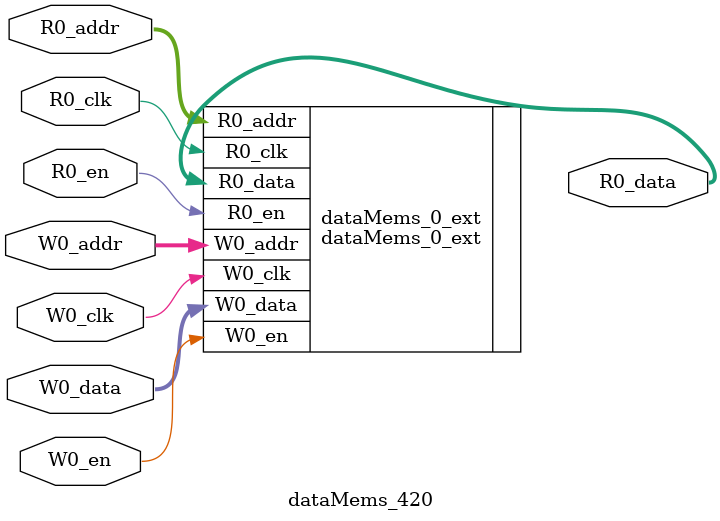
<source format=sv>
`ifndef RANDOMIZE
  `ifdef RANDOMIZE_REG_INIT
    `define RANDOMIZE
  `endif // RANDOMIZE_REG_INIT
`endif // not def RANDOMIZE
`ifndef RANDOMIZE
  `ifdef RANDOMIZE_MEM_INIT
    `define RANDOMIZE
  `endif // RANDOMIZE_MEM_INIT
`endif // not def RANDOMIZE

`ifndef RANDOM
  `define RANDOM $random
`endif // not def RANDOM

// Users can define 'PRINTF_COND' to add an extra gate to prints.
`ifndef PRINTF_COND_
  `ifdef PRINTF_COND
    `define PRINTF_COND_ (`PRINTF_COND)
  `else  // PRINTF_COND
    `define PRINTF_COND_ 1
  `endif // PRINTF_COND
`endif // not def PRINTF_COND_

// Users can define 'ASSERT_VERBOSE_COND' to add an extra gate to assert error printing.
`ifndef ASSERT_VERBOSE_COND_
  `ifdef ASSERT_VERBOSE_COND
    `define ASSERT_VERBOSE_COND_ (`ASSERT_VERBOSE_COND)
  `else  // ASSERT_VERBOSE_COND
    `define ASSERT_VERBOSE_COND_ 1
  `endif // ASSERT_VERBOSE_COND
`endif // not def ASSERT_VERBOSE_COND_

// Users can define 'STOP_COND' to add an extra gate to stop conditions.
`ifndef STOP_COND_
  `ifdef STOP_COND
    `define STOP_COND_ (`STOP_COND)
  `else  // STOP_COND
    `define STOP_COND_ 1
  `endif // STOP_COND
`endif // not def STOP_COND_

// Users can define INIT_RANDOM as general code that gets injected into the
// initializer block for modules with registers.
`ifndef INIT_RANDOM
  `define INIT_RANDOM
`endif // not def INIT_RANDOM

// If using random initialization, you can also define RANDOMIZE_DELAY to
// customize the delay used, otherwise 0.002 is used.
`ifndef RANDOMIZE_DELAY
  `define RANDOMIZE_DELAY 0.002
`endif // not def RANDOMIZE_DELAY

// Define INIT_RANDOM_PROLOG_ for use in our modules below.
`ifndef INIT_RANDOM_PROLOG_
  `ifdef RANDOMIZE
    `ifdef VERILATOR
      `define INIT_RANDOM_PROLOG_ `INIT_RANDOM
    `else  // VERILATOR
      `define INIT_RANDOM_PROLOG_ `INIT_RANDOM #`RANDOMIZE_DELAY begin end
    `endif // VERILATOR
  `else  // RANDOMIZE
    `define INIT_RANDOM_PROLOG_
  `endif // RANDOMIZE
`endif // not def INIT_RANDOM_PROLOG_

// Include register initializers in init blocks unless synthesis is set
`ifndef SYNTHESIS
  `ifndef ENABLE_INITIAL_REG_
    `define ENABLE_INITIAL_REG_
  `endif // not def ENABLE_INITIAL_REG_
`endif // not def SYNTHESIS

// Include rmemory initializers in init blocks unless synthesis is set
`ifndef SYNTHESIS
  `ifndef ENABLE_INITIAL_MEM_
    `define ENABLE_INITIAL_MEM_
  `endif // not def ENABLE_INITIAL_MEM_
`endif // not def SYNTHESIS

module dataMems_420(	// @[generators/ara/src/main/scala/UnsafeAXI4ToTL.scala:365:62]
  input  [4:0]  R0_addr,
  input         R0_en,
  input         R0_clk,
  output [66:0] R0_data,
  input  [4:0]  W0_addr,
  input         W0_en,
  input         W0_clk,
  input  [66:0] W0_data
);

  dataMems_0_ext dataMems_0_ext (	// @[generators/ara/src/main/scala/UnsafeAXI4ToTL.scala:365:62]
    .R0_addr (R0_addr),
    .R0_en   (R0_en),
    .R0_clk  (R0_clk),
    .R0_data (R0_data),
    .W0_addr (W0_addr),
    .W0_en   (W0_en),
    .W0_clk  (W0_clk),
    .W0_data (W0_data)
  );
endmodule


</source>
